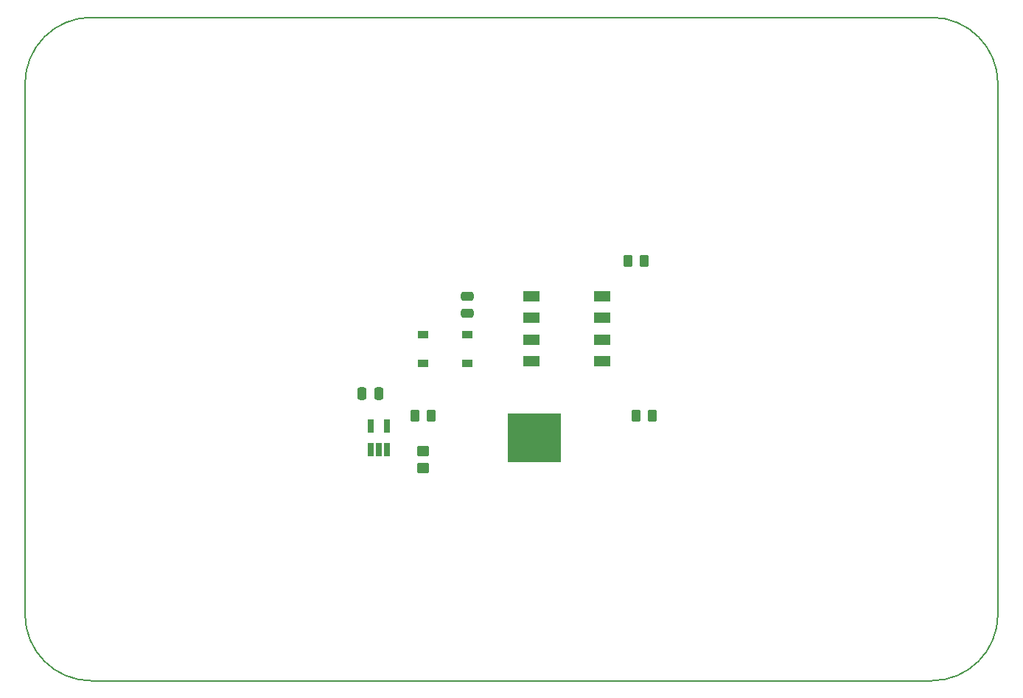
<source format=gbr>
%TF.GenerationSoftware,KiCad,Pcbnew,(6.0.4)*%
%TF.CreationDate,2022-04-30T16:21:15-04:00*%
%TF.ProjectId,dpp-architecture,6470702d-6172-4636-9869-746563747572,1.0*%
%TF.SameCoordinates,Original*%
%TF.FileFunction,Paste,Top*%
%TF.FilePolarity,Positive*%
%FSLAX46Y46*%
G04 Gerber Fmt 4.6, Leading zero omitted, Abs format (unit mm)*
G04 Created by KiCad (PCBNEW (6.0.4)) date 2022-04-30 16:21:15*
%MOMM*%
%LPD*%
G01*
G04 APERTURE LIST*
G04 Aperture macros list*
%AMRoundRect*
0 Rectangle with rounded corners*
0 $1 Rounding radius*
0 $2 $3 $4 $5 $6 $7 $8 $9 X,Y pos of 4 corners*
0 Add a 4 corners polygon primitive as box body*
4,1,4,$2,$3,$4,$5,$6,$7,$8,$9,$2,$3,0*
0 Add four circle primitives for the rounded corners*
1,1,$1+$1,$2,$3*
1,1,$1+$1,$4,$5*
1,1,$1+$1,$6,$7*
1,1,$1+$1,$8,$9*
0 Add four rect primitives between the rounded corners*
20,1,$1+$1,$2,$3,$4,$5,0*
20,1,$1+$1,$4,$5,$6,$7,0*
20,1,$1+$1,$6,$7,$8,$9,0*
20,1,$1+$1,$8,$9,$2,$3,0*%
G04 Aperture macros list end*
%TA.AperFunction,Profile*%
%ADD10C,0.150000*%
%TD*%
%ADD11RoundRect,0.250000X-0.262500X-0.450000X0.262500X-0.450000X0.262500X0.450000X-0.262500X0.450000X0*%
%ADD12R,1.910000X1.170000*%
%ADD13RoundRect,0.250000X-0.450000X0.350000X-0.450000X-0.350000X0.450000X-0.350000X0.450000X0.350000X0*%
%ADD14R,1.200000X0.900000*%
%ADD15R,6.200000X5.700000*%
%ADD16R,0.650000X1.560000*%
%ADD17RoundRect,0.250000X-0.475000X0.250000X-0.475000X-0.250000X0.475000X-0.250000X0.475000X0.250000X0*%
%ADD18RoundRect,0.250000X-0.250000X-0.475000X0.250000X-0.475000X0.250000X0.475000X-0.250000X0.475000X0*%
G04 APERTURE END LIST*
D10*
X205740000Y-58420000D02*
X109220000Y-58420000D01*
X205740000Y-134620000D02*
G75*
G03*
X213360000Y-127000000I0J7620000D01*
G01*
X109220000Y-58420000D02*
G75*
G03*
X101600000Y-66040000I0J-7620000D01*
G01*
X213360000Y-66040000D02*
G75*
G03*
X205740000Y-58420000I-7620000J0D01*
G01*
X101600000Y-127000000D02*
G75*
G03*
X109220000Y-134620000I7620000J0D01*
G01*
X101600000Y-66040000D02*
X101600000Y-127000000D01*
X109220000Y-134620000D02*
X205740000Y-134620000D01*
X213360000Y-66040000D02*
X213360000Y-127000000D01*
D11*
%TO.C,R3*%
X170895000Y-86360000D03*
X172720000Y-86360000D03*
%TD*%
D12*
%TO.C,T1*%
X159805509Y-97935000D03*
X159805509Y-95435000D03*
X159805509Y-92935000D03*
X159805509Y-90435000D03*
X167935509Y-90435000D03*
X167935509Y-92935000D03*
X167935509Y-95435000D03*
X167935509Y-97935000D03*
%TD*%
D13*
%TO.C,R2*%
X147320000Y-108220000D03*
X147320000Y-110220000D03*
%TD*%
D14*
%TO.C,D1*%
X147320000Y-94870000D03*
X147320000Y-98170000D03*
%TD*%
D11*
%TO.C,R1*%
X146407500Y-104140000D03*
X148232500Y-104140000D03*
%TD*%
%TO.C,R4*%
X171807500Y-104140000D03*
X173632500Y-104140000D03*
%TD*%
D15*
%TO.C,Q1*%
X160098333Y-106680000D03*
%TD*%
D14*
%TO.C,D2*%
X152400000Y-94870000D03*
X152400000Y-98170000D03*
%TD*%
D16*
%TO.C,U1*%
X141290000Y-108030000D03*
X142240000Y-108030000D03*
X143190000Y-108030000D03*
X143190000Y-105330000D03*
X141290000Y-105330000D03*
%TD*%
D17*
%TO.C,C3*%
X152400000Y-90490000D03*
X152400000Y-92390000D03*
%TD*%
D18*
%TO.C,C2*%
X140340000Y-101600000D03*
X142240000Y-101600000D03*
%TD*%
M02*

</source>
